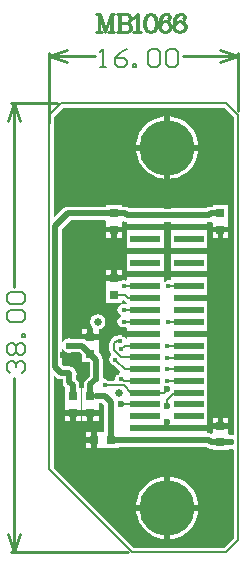
<source format=gbr>
%FSTAX23Y23*%
%MOIN*%
%SFA1B1*%

%IPPOS*%
%ADD10R,0.030000X0.030000*%
%ADD14C,0.019685*%
%ADD15C,0.008000*%
%ADD16C,0.007874*%
%ADD17C,0.010000*%
%ADD18C,0.005000*%
%ADD19C,0.006000*%
%ADD20C,0.025591*%
%ADD21C,0.185039*%
%ADD22C,0.023622*%
%ADD23C,0.015748*%
%ADD24R,0.098425X0.023622*%
%ADD25R,0.030000X0.030000*%
%LNmb1066-1*%
%LPD*%
G36*
X00049Y00671D02*
X00057Y00666D01*
X00066Y00664*
X00076Y00666*
X00076Y00666*
X00101*
X0011Y00657*
Y00634*
X00133*
X00135Y00632*
Y00588*
X00135Y00587*
X00135Y00587*
X00122Y00574*
X00117Y00567*
X00115Y00559*
Y00546*
X0011*
Y00494*
Y00492*
Y00491*
Y00474*
X00164*
Y00489*
Y00491*
Y00491*
Y00492*
Y00492*
Y00494*
Y00497*
X00175*
X00182Y0049*
Y00404*
X00179Y004*
X00176*
X00174*
X00159*
Y00374*
Y00347*
X00176*
X00177*
X0018*
X00231*
Y00351*
X00259*
Y0035*
X00381*
Y00351*
X00405*
Y0035*
X00523*
X0053Y00345*
X00539Y00344*
X00544*
Y00339*
X00597*
Y00339*
X00601Y00343*
X00606Y00342*
X00611Y00343*
X00615Y00339*
Y00045*
X00584Y00014*
X00281*
X00014Y00281*
Y00585*
X00019Y00587*
X00023Y00582*
X0003Y00578*
X00039Y00576*
X00044*
Y00566*
X00046Y00558*
X00051Y00551*
X00053Y00549*
X00051Y00546*
Y00494*
Y00492*
Y00491*
Y00474*
X00105*
Y00489*
Y00491*
Y00491*
Y00492*
Y00492*
Y00494*
Y00546*
X001*
Y00555*
X00099Y00563*
X00094Y0057*
X00089Y00576*
Y00585*
X00089Y00585*
X00091Y00594*
X00089Y00603*
X00087Y00606*
X00087Y00606*
X00082Y00614*
X00075Y00618*
X00066Y0062*
X00048*
X00041Y00627*
Y00675*
X00046Y00676*
X00049Y00671*
G37*
G36*
X00615Y0145D02*
Y00392D01*
X00611Y00389*
X00606Y0039*
X00601Y00389*
X00597Y00392*
Y00393*
Y00393*
Y00394*
Y00396*
Y00411*
X00544*
Y004*
X00539Y00394*
X00531Y00396*
X00527*
Y00403*
X00466*
Y00423*
X00527*
Y00429*
Y00468*
Y00507*
Y00547*
Y00586*
Y00625*
Y00665*
Y00704*
Y00718*
X00466*
Y00738*
X00527*
Y00744*
Y00783*
Y00822*
Y00836*
X00466*
Y00856*
X00527*
Y00862*
Y00901*
Y00915*
X00405*
Y00909*
Y00908*
X00401Y00905*
X00397Y00905*
X00389Y00904*
X00386Y00901*
X00381Y00904*
Y00915*
X00259*
Y0091*
X00255Y00904*
X00248Y00905*
X00247Y00905*
X00243Y00908*
Y00904*
X0024Y00904*
X00239Y00903*
X00189*
Y00886*
Y00885*
Y00831*
X00243*
Y00837*
X00247Y00839*
X00252Y00835*
X00257Y00831*
X00259Y00831*
Y0083*
Y00827*
X00255Y00825*
X00248Y00827*
X0024Y00825*
X00233Y00821*
X00229Y00814*
X00227Y00807*
X00229Y00799*
X00233Y00792*
X00238Y00789*
Y00784*
X00233Y00781*
X00229Y00775*
X00227Y00767*
X00229Y0076*
X00233Y00753*
X0024Y00749*
X00248Y00747*
X00255Y00749*
X00259Y00746*
Y00744*
Y00738*
X0032*
Y00718*
X00259*
Y00712*
Y00712*
X00254Y00711*
X00254Y00712*
X0025Y00718*
X00243Y00723*
X00236Y00724*
X00228Y00723*
X00224Y0072*
X00224*
X00218Y00719*
X00213Y00716*
X00205Y00708*
X00201Y00702*
X00201Y00701*
X002Y00696*
Y00673*
X00201Y00668*
X00201Y00667*
X00205Y00661*
X00206Y0066*
X00206Y00655*
X00201Y00649*
X002Y00641*
X00201Y00634*
X00206Y00627*
X00212Y00623*
X00217Y00622*
X00236Y00602*
X00235Y00597*
X00232Y00597*
X00225Y00592*
X00221Y00586*
X0022Y00578*
X0022Y00575*
X00217Y00571*
X00196*
X00192Y00573*
X00185Y00575*
X00181Y00578*
X00181Y00578*
X00179Y00587*
X00179Y00588*
Y00641*
X00177Y0065*
X00173Y00657*
X00164Y00665*
Y00688*
Y00689*
Y00706*
X00122*
X00118Y00709*
X0011Y0071*
Y00711*
X0011Y00711*
X00076*
X00076Y00711*
X00066Y00713*
X00057Y00711*
X00049Y00706*
X00046Y007*
X00041Y00702*
Y01077*
X00072Y01107*
X00186*
X00189Y01104*
Y01103*
Y01101*
Y01084*
X00243*
Y01099*
X00249Y01103*
X00251Y01101*
X00259Y01099*
X00259*
Y01098*
Y01092*
X00381*
Y01098*
Y01099*
X00405*
Y01098*
Y01092*
X00527*
Y01098*
Y01099*
X00531*
X00539Y01101*
X00544Y01095*
Y01084*
X00597*
Y01099*
Y01101*
Y01101*
Y01102*
Y01103*
Y01105*
Y01156*
X00544*
Y01151*
X00539*
X0053Y0115*
X00523Y01145*
X00405*
Y01144*
X00381*
Y01145*
X00267*
X0026Y0115*
X00252Y01151*
X00243*
Y01156*
X00189*
Y01151*
X00062*
X00054Y0115*
X00047Y01145*
X00019Y01117*
X00014Y01119*
Y01417*
Y0145*
X00045Y01481*
X00584*
X00615Y0145*
G37*
%LNmb1066-2*%
%LPC*%
G36*
X00105Y00454D02*
X00088D01*
Y00437*
X00105*
Y00454*
G37*
G36*
X00597Y00448D02*
X0058D01*
Y00431*
X00597*
Y00448*
G37*
G36*
X00068Y00454D02*
X00051D01*
Y00437*
X00068*
Y00454*
G37*
G36*
X00127Y00743D02*
X0011D01*
Y00726*
X00127*
Y00743*
G37*
G36*
X00164Y00454D02*
X00147D01*
Y00437*
X00164*
Y00454*
G37*
G36*
X00127D02*
X0011D01*
Y00437*
X00127*
Y00454*
G37*
G36*
X00383Y00251D02*
X00377Y00251D01*
X00361Y00247*
X00346Y0024*
X00332Y00232*
X00319Y00221*
X00309Y00209*
X003Y00195*
X00294Y00179*
X0029Y00164*
X00289Y00157*
X00383*
Y00251*
G37*
G36*
X00497Y00137D02*
X00403D01*
Y00043*
X0041Y00044*
X00426Y00048*
X00441Y00054*
X00455Y00062*
X00467Y00073*
X00478Y00086*
X00486Y001*
X00493Y00115*
X00497Y00131*
X00497Y00137*
G37*
G36*
X00383D02*
X00289D01*
X0029Y00131*
X00294Y00115*
X003Y001*
X00309Y00086*
X00319Y00073*
X00332Y00062*
X00346Y00054*
X00361Y00048*
X00377Y00044*
X00383Y00043*
Y00137*
G37*
G36*
X00403Y00251D02*
Y00157D01*
X00497*
X00497Y00164*
X00493Y00179*
X00486Y00195*
X00478Y00209*
X00467Y00221*
X00455Y00232*
X00441Y0024*
X00426Y00247*
X0041Y00251*
X00403Y00251*
G37*
G36*
X00561Y00448D02*
X00544D01*
Y00431*
X00561*
Y00448*
G37*
G36*
X00139Y004D02*
X00122D01*
Y00383*
X00139*
Y004*
G37*
G36*
Y00364D02*
X00122D01*
Y00347*
X00139*
Y00364*
G37*
G36*
X00161Y00792D02*
X00151Y0079D01*
X00143Y00785*
X00138Y00777*
X00136Y00767*
X00138Y00758*
X00143Y00749*
X00146Y00748*
X00145Y00743*
X00147*
Y00726*
X00164*
Y00743*
X00171Y00744*
X00179Y00749*
X00184Y00758*
X00186Y00767*
X00184Y00777*
X00179Y00785*
X00171Y0079*
X00161Y00792*
G37*
G36*
X00597Y01065D02*
X0058D01*
Y01048*
X00597*
Y01065*
G37*
G36*
X00561D02*
X00544D01*
Y01048*
X00561*
Y01065*
G37*
G36*
X00243D02*
X00226D01*
Y01048*
X00243*
Y01065*
G37*
G36*
X00383Y01338D02*
X00289D01*
X0029Y01332*
X00294Y01316*
X003Y013*
X00309Y01286*
X00319Y01274*
X00332Y01263*
X00346Y01255*
X00361Y01248*
X00377Y01245*
X00383Y01244*
Y01338*
G37*
G36*
X00403Y01452D02*
Y01358D01*
X00497*
X00497Y01364*
X00493Y0138*
X00486Y01395*
X00478Y01409*
X00467Y01422*
X00455Y01433*
X00441Y01441*
X00426Y01447*
X0041Y01451*
X00403Y01452*
G37*
G36*
X00383D02*
X00377Y01451D01*
X00361Y01447*
X00346Y01441*
X00332Y01433*
X00319Y01422*
X00309Y01409*
X003Y01395*
X00294Y0138*
X0029Y01364*
X00289Y01358*
X00383*
Y01452*
G37*
G36*
X00497Y01338D02*
X00403D01*
Y01244*
X0041Y01245*
X00426Y01248*
X00441Y01255*
X00455Y01263*
X00467Y01274*
X00478Y01286*
X00486Y013*
X00493Y01316*
X00497Y01332*
X00497Y01338*
G37*
G36*
X00381Y00994D02*
X00259D01*
Y0098*
Y0094*
Y00935*
X00381*
Y0094*
Y0098*
Y00994*
G37*
G36*
X00243Y0094D02*
X00226D01*
Y00923*
X00243*
Y0094*
G37*
G36*
X00206D02*
X00189D01*
Y00923*
X00206*
Y0094*
G37*
G36*
X00527Y00994D02*
X00405D01*
Y0098*
Y0094*
Y00935*
X00527*
Y0094*
Y0098*
Y00994*
G37*
G36*
X00206Y01065D02*
X00189D01*
Y01048*
X00206*
Y01065*
G37*
G36*
X00527Y01072D02*
X00405D01*
Y01059*
Y01019*
Y01013*
X00527*
Y01019*
Y01059*
Y01072*
G37*
G36*
X00381D02*
X00259D01*
Y01059*
Y01019*
Y01013*
X00381*
Y01019*
Y01059*
Y01072*
G37*
%LNmb1066-3*%
%LPD*%
G54D10*
X00149Y00374D03*
X00204D03*
G54D14*
X00204Y00374D02*
X00531D01*
X00539Y00366*
X0057Y00366D02*
X00606D01*
X0057Y00366D02*
X0057Y00366D01*
X00539Y00366D02*
X0057D01*
X0011Y00688D02*
X00157Y00641D01*
X00137Y00559D02*
X00157Y00578D01*
Y00641*
X00066Y00688D02*
X0011D01*
X00137Y00519D02*
Y00559D01*
X00157Y00519D02*
X00185D01*
X00204Y005*
Y00374D02*
Y005D01*
X00259Y01122D02*
X00531D01*
X00062Y01129D02*
X00252D01*
X00019Y00618D02*
Y01086D01*
X00066Y00566D02*
Y00598D01*
X00039D02*
X00066D01*
X00019Y00618D02*
X00039Y00598D01*
X00078Y00519D02*
Y00555D01*
X00066Y00566D02*
X00078Y00555D01*
X0032Y00413D02*
X00476D01*
X00019Y01086D02*
X00062Y01129D01*
X00204Y00374D03*
X00539Y01129D02*
X0057D01*
X00531Y01122D02*
X00539Y01129D01*
X00252D02*
X00259Y01122D01*
G54D15*
X00397Y00767D02*
X00466D01*
X0045Y00885D03*
X00397D02*
X00466D01*
X0032D03*
X00248D02*
X0032D01*
X00216Y00858D02*
X00251D01*
X00263Y00846*
X0032*
X00248Y00767D02*
X0032D01*
X00248D03*
G54D16*
X00251Y0061D02*
X0033D01*
X0022Y00641D02*
X0022Y00641D01*
X0022Y00641D02*
X00251Y0061D01*
X0024Y00578D02*
X00248Y0057D01*
X0032*
X00248Y00807D02*
X0033D01*
X00216Y00673D02*
X0024Y00649D01*
X00216Y00673D02*
Y00696D01*
X0024Y00649D02*
X0032D01*
X00216Y00696D02*
X00224Y00704D01*
X00236*
X00248Y00555D02*
X00271Y00531D01*
X00185Y00555D02*
X00248D01*
X0024Y00492D02*
X0032D01*
X0024Y00677D02*
X00251Y00688D01*
X00271*
X00393Y00645D02*
X00472D01*
X00393Y0057D02*
X00466D01*
X00393Y0061D02*
X00466D01*
X00393Y00688D02*
X00466D01*
X00392Y00506D02*
X00417Y00531D01*
X00392Y00488D02*
Y00506D01*
X00417Y00531D02*
X00466D01*
X00381D02*
X00393Y00543D01*
X00271Y00531D02*
X00381D01*
G54D17*
X00629Y01469D02*
Y01663D01*
X0Y01429D02*
Y01663D01*
X00444Y01653D02*
X00629D01*
X0D02*
X00153D01*
X00569Y01673D02*
X00629Y01653D01*
X00569Y01633D02*
X00629Y01653D01*
X0D02*
X0006Y01633D01*
X0Y01653D02*
X0006Y01673D01*
X-00128Y01496D02*
X00026D01*
X-00128Y0D02*
X00263D01*
X-00118Y00882D02*
Y01496D01*
Y0D02*
Y00581D01*
X-00138Y01436D02*
X-00118Y01496D01*
X-00098Y01436*
X-00118Y0D02*
X-00098Y0006D01*
X-00138D02*
X-00118Y0D01*
X00166Y01792D02*
Y01732D01*
X00168Y01792D02*
X00186Y0174D01*
X00166Y01792D02*
X00186Y01732D01*
X00206Y01792D02*
X00186Y01732D01*
X00206Y01792D02*
Y01732D01*
X00208Y01792D02*
Y01732D01*
X00157Y01792D02*
X00168D01*
X00206D02*
X00217D01*
X00157Y01732D02*
X00174D01*
X00197D02*
X00217D01*
X00232Y01792D02*
Y01732D01*
X00235Y01792D02*
Y01732D01*
X00224Y01792D02*
X00258D01*
X00267Y01789*
X0027Y01786*
X00272Y0178*
Y01775*
X0027Y01769*
X00267Y01766*
X00258Y01763*
Y01792D02*
X00264Y01789D01*
X00267Y01786*
X0027Y0178*
Y01775*
X00267Y01769*
X00264Y01766*
X00258Y01763*
X00235D02*
X00258D01*
X00267Y0176*
X0027Y01757*
X00272Y01752*
Y01743*
X0027Y01737*
X00267Y01735*
X00258Y01732*
X00224*
X00258Y01763D02*
X00264Y0176D01*
X00267Y01757*
X0027Y01752*
Y01743*
X00267Y01737*
X00264Y01735*
X00258Y01732*
X0028Y0178D02*
X00286Y01783D01*
X00295Y01792*
Y01732*
X00292Y01789D02*
Y01732D01*
X0028D02*
X00306D01*
X00334Y01792D02*
X00325Y01789D01*
X00319Y0178*
X00316Y01766*
Y01757*
X00319Y01743*
X00325Y01735*
X00334Y01732*
X00339*
X00348Y01735*
X00354Y01743*
X00356Y01757*
Y01766*
X00354Y0178*
X00348Y01789*
X00339Y01792*
X00334*
X00328Y01789*
X00325Y01786*
X00322Y0178*
X00319Y01766*
Y01757*
X00322Y01743*
X00325Y01737*
X00328Y01735*
X00334Y01732*
X00339D02*
X00345Y01735D01*
X00348Y01737*
X00351Y01743*
X00354Y01757*
Y01766*
X00351Y0178*
X00348Y01786*
X00345Y01789*
X00339Y01792*
X004Y01783D02*
X00397Y0178D01*
X004Y01777*
X00402Y0178*
Y01783*
X004Y01789*
X00394Y01792*
X00385*
X00377Y01789*
X00371Y01783*
X00368Y01777*
X00365Y01766*
Y01749*
X00368Y0174*
X00374Y01735*
X00382Y01732*
X00388*
X00397Y01735*
X00402Y0174*
X00405Y01749*
Y01752*
X00402Y0176*
X00397Y01766*
X00388Y01769*
X00385*
X00377Y01766*
X00371Y0176*
X00368Y01752*
X00385Y01792D02*
X0038Y01789D01*
X00374Y01783*
X00371Y01777*
X00368Y01766*
Y01749*
X00371Y0174*
X00377Y01735*
X00382Y01732*
X00388D02*
X00394Y01735D01*
X004Y0174*
X00402Y01749*
Y01752*
X004Y0176*
X00394Y01766*
X00388Y01769*
X00448Y01783D02*
X00445Y0178D01*
X00448Y01777*
X00451Y0178*
Y01783*
X00448Y01789*
X00443Y01792*
X00434*
X00425Y01789*
X0042Y01783*
X00417Y01777*
X00414Y01766*
Y01749*
X00417Y0174*
X00423Y01735*
X00431Y01732*
X00437*
X00445Y01735*
X00451Y0174*
X00454Y01749*
Y01752*
X00451Y0176*
X00445Y01766*
X00437Y01769*
X00434*
X00425Y01766*
X0042Y0176*
X00417Y01752*
X00434Y01792D02*
X00428Y01789D01*
X00423Y01783*
X0042Y01777*
X00417Y01766*
Y01749*
X0042Y0174*
X00425Y01735*
X00431Y01732*
X00437D02*
X00443Y01735D01*
X00448Y0174*
X00451Y01749*
Y01752*
X00448Y0176*
X00443Y01766*
X00437Y01769*
G54D18*
X0Y00275D02*
Y00354D01*
X0059Y0D02*
X00629Y00039D01*
X0059Y01496D02*
X00629Y01456D01*
Y00039D02*
Y01456D01*
X0Y00275D02*
Y01456D01*
Y00275D02*
X00275Y0D01*
X0Y01456D02*
X00039Y01496D01*
X0059*
X00275Y0D02*
X0059D01*
G54D19*
X00169Y01617D02*
X00188D01*
X00179*
Y01677*
X00169Y01667*
X00258Y01677D02*
X00238Y01667D01*
X00218Y01647*
Y01627*
X00228Y01617*
X00248*
X00258Y01627*
Y01637*
X00248Y01647*
X00218*
X00278Y01617D02*
Y01627D01*
X00288*
Y01617*
X00278*
X00328Y01667D02*
X00338Y01677D01*
X00358*
X00368Y01667*
Y01627*
X00358Y01617*
X00338*
X00328Y01627*
Y01667*
X00388D02*
X00398Y01677D01*
X00418*
X00428Y01667*
Y01627*
X00418Y01617*
X00398*
X00388Y01627*
Y01667*
X-00132Y00597D02*
X-00142Y00607D01*
Y00627*
X-00132Y00637*
X-00122*
X-00112Y00627*
Y00617*
Y00627*
X-00102Y00637*
X-00092*
X-00082Y00627*
Y00607*
X-00092Y00597*
X-00132Y00657D02*
X-00142Y00667D01*
Y00687*
X-00132Y00697*
X-00122*
X-00112Y00687*
X-00102Y00697*
X-00092*
X-00082Y00687*
Y00667*
X-00092Y00657*
X-00102*
X-00112Y00667*
X-00122Y00657*
X-00132*
X-00112Y00667D02*
Y00687D01*
X-00082Y00717D02*
X-00092D01*
Y00727*
X-00082*
Y00717*
X-00132Y00767D02*
X-00142Y00777D01*
Y00797*
X-00132Y00807*
X-00092*
X-00082Y00797*
Y00777*
X-00092Y00767*
X-00132*
Y00827D02*
X-00142Y00836D01*
Y00856*
X-00132Y00866*
X-00092*
X-00082Y00856*
Y00836*
X-00092Y00827*
X-00132*
G54D20*
X00232Y00531D03*
X00161Y00767D03*
G54D21*
X00393Y01348D03*
Y00147D03*
G54D22*
X00047Y00657D03*
X00393Y00433D03*
Y01062D03*
X00118D03*
X00578Y01019D03*
X00346Y01224D03*
X00275Y01417D03*
X00078Y01259D03*
X00551D03*
Y01417D03*
X00078D03*
X00551Y00472D03*
X00039D03*
X00551Y00236D03*
X00275D03*
X00078Y00275D03*
X00275Y00078D03*
X00551D03*
X00582Y00629D03*
X00111Y00895D03*
X00066Y00688D03*
X00606Y00366D03*
X00157Y00578D03*
X00066Y00594D03*
X00392Y00488D03*
X0024Y00492D03*
X00393Y00543D03*
G54D23*
X00248Y00724D03*
X00066Y0072D03*
Y00744D03*
X00248D03*
X00224Y00598D03*
X00397Y00767D03*
Y00885D03*
X00248D03*
Y00807D03*
X00236Y00704D03*
X00248Y00767D03*
X00393Y0057D03*
Y0061D03*
Y00645D03*
Y00688D03*
X00185Y00555D03*
X0024Y00578D03*
X0022Y00641D03*
X0024Y00677D03*
G54D24*
X00466Y00964D03*
Y01003D03*
Y01043D03*
Y01082D03*
X0032Y00964D03*
Y01003D03*
Y01043D03*
X00466Y01122D03*
X0032D03*
Y01082D03*
X00466Y00925D03*
X0032D03*
X00466Y00885D03*
X0032D03*
X00466Y00846D03*
X0032D03*
X00466Y00807D03*
Y00767D03*
X0032D03*
Y00728D03*
X00466D03*
X0032Y00688D03*
X00466D03*
X0032Y00649D03*
X00466D03*
X0032Y0061D03*
X00466D03*
X0032Y0057D03*
X00466D03*
X0032Y00531D03*
X00466D03*
X0032Y00492D03*
X00466D03*
X0032Y00452D03*
X00466D03*
X0032Y00413D03*
X00466D03*
X0032Y00374D03*
X00466D03*
X0032Y00807D03*
G54D25*
X00216Y01129D03*
Y01074D03*
X0057D03*
Y01129D03*
Y00421D03*
Y00366D03*
X00137Y00464D03*
Y00519D03*
X00078Y00464D03*
Y00519D03*
X00137Y00716D03*
Y00661D03*
X00216Y00913D03*
Y00858D03*
M02*
</source>
